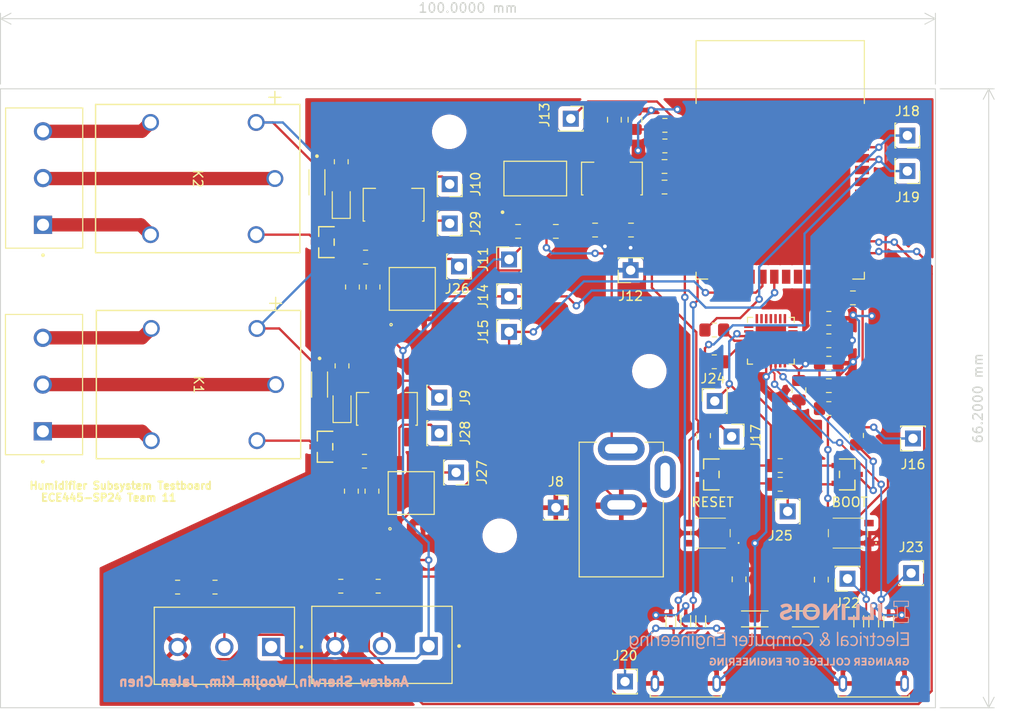
<source format=kicad_pcb>
(kicad_pcb (version 20221018) (generator pcbnew)
  (layers (0 "F.Cu" signal) (31 "B.Cu" signal) (34 "B.Paste" user) (35 "F.Paste" user) (36 "B.SilkS" user "B.Silkscreen") (37 "F.SilkS" user "F.Silkscreen") (38 "B.Mask" user) (39 "F.Mask" user) (44 "Edge.Cuts" user))
  (net 0 "")
  (net 1 "+12V")
  (net 2 "GND")
  (net 3 "+3.3V")
  (net 4 "Net-(C6-Pad1)")
  (net 5 "Net-(C7-Pad1)")
  (net 6 "Net-(U4-VBUS)")
  (net 7 "CHIP_PU")
  (net 8 "IO0")
  (net 9 "USB_DP")
  (net 10 "USB_DN")
  (net 11 "IO20")
  (net 12 "IO19")
  (net 13 "VBUS")
  (net 17 "Net-(U4-~{RST})")
  (net 18 "Net-(U4-~{SUSPEND})")
  (net 19 "Net-(U4-TXD)")
  (net 20 "U0RXD")
  (net 21 "Net-(U4-RXD)")
  (net 22 "U0TXD")
  (net 23 "DTR")
  (net 24 "Net-(U5-BASE)")
  (net 25 "RTS")
  (net 26 "Net-(U6-BASE)")
  (net 27 "Net-(U5-COLLECTOR)")
  (net 28 "Net-(U6-COLLECTOR)")
  (net 29 "ESP_3V3")
  (net 45 "+5V")
  (net 46 "Net-(D10-K)")
  (net 53 "Net-(D10-A)")
  (net 54 "Net-(D12-K)")
  (net 79 "Net-(D12-A)")
  (net 80 "Net-(J4-Pin_2)")
  (net 81 "Net-(J5-Pin_2)")
  (net 82 "Fan_B")
  (net 83 "COM_Main")
  (net 84 "Fan_A")
  (net 85 "Fan_B_DC")
  (net 86 "COM_Main_DC")
  (net 87 "Fan_A_DC")
  (net 88 "Net-(J9-Pin_1)")
  (net 89 "Net-(J10-Pin_1)")
  (net 90 "Relay_Signal_ACDC")
  (net 91 "Net-(J26-Pin_1)")
  (net 92 "Net-(J27-Pin_1)")
  (net 93 "Net-(J28-Pin_1)")
  (net 94 "Net-(J29-Pin_1)")
  (net 95 "Net-(U7-BASE)")
  (net 96 "Net-(U1-IO35)")
  (net 97 "Net-(U1-IO36)")
  (net 98 "Net-(U10-BASE)")
  (net 100 "unconnected-(U1-IO9-Pad17)")
  (net 101 "Relay_Signal_DCDC")
  (footprint "ECE445:1935174" (layer "F.Cu") (at 91.9 115.15 180)
    (fp_text reference "J4" hide)
    (fp_text value "Water Level Sensor")
  )
  (footprint "Resistor_SMD:R_0805_2012Metric_Pad1.20x1.40mm_HandSolder" (layer "F.Cu") (at 119.95 89 180)
    (fp_text reference "R7" hide)
    (fp_text value "0" hide)
  )
  (footprint "Connector_PinSocket_2.54mm:PinSocket_1x01_P2.54mm_Vertical" (layer "F.Cu") (at 140.6 68.6 -90)
    (fp_text reference "J19")
    (fp_text value "Conn_01x01" hide)
  )
  (footprint "ECE445:VOM617AT" (layer "F.Cu") (at 87.650002 81.2 90)
    (fp_text reference "U9" hide)
    (fp_text value "VOM617AT" hide)
  )
  (footprint "ECE445:SOT-23_ONS" (layer "F.Cu") (at 119.6348 101.0475 90)
    (fp_text reference "U5" hide)
    (fp_text value "L8050QLT1G" hide)
  )
  (footprint "Capacitor_SMD:C_0805_2012Metric_Pad1.18x1.45mm_HandSolder" (layer "F.Cu") (at 129 92.0375 -90)
    (fp_text reference "C8" hide)
    (fp_text value "10uF" hide)
  )
  (footprint "Resistor_SMD:R_0805_2012Metric_Pad1.20x1.40mm_HandSolder" (layer "F.Cu") (at 132.2 89.15 180)
    (fp_text reference "R6" hide)
    (fp_text value "47500" hide)
  )
  (footprint "Connector_PinSocket_2.54mm:PinSocket_1x01_P2.54mm_Vertical" (layer "F.Cu") (at 127.8 105 90)
    (fp_text reference "J25")
    (fp_text value "Conn_01x01" hide)
  )
  (footprint "ECE445:SOT-23_ONS" (layer "F.Cu") (at 134.1652 101.0475 -90)
    (fp_text reference "U6" hide)
    (fp_text value "L8050QLT1G" hide)
  )
  (footprint "ECE445:1935174" (layer "F.Cu") (at 75.0475 115.25 180)
    (fp_text reference "J5" hide)
    (fp_text value "Water Level Sensor")
  )
  (footprint "ECE445:1N4148W-13-F" (layer "F.Cu") (at 77.450002 69.8 -90)
    (fp_text reference "D11" hide)
    (fp_text value "1N4148W-13-F" hide)
  )
  (footprint "ECE445:LDL1117S50R" (layer "F.Cu") (at 100.8 69.4)
    (fp_text reference "U3" hide)
    (fp_text value "LDL1117S50R" hide)
  )
  (footprint "Resistor_SMD:R_0805_2012Metric_Pad1.20x1.40mm_HandSolder" (layer "F.Cu") (at 114.665 63.71 180)
    (fp_text reference "R13" hide)
    (fp_text value "0" hide)
  )
  (footprint "ECE445:PTS815 SJG 250 SMTR LFS" (layer "F.Cu") (at 134.25 107.325 180)
    (fp_text reference "S1" hide)
    (fp_text value "PTS815_SJG_250_SMTR_LFS" hide)
  )
  (footprint "Capacitor_SMD:C_0805_2012Metric_Pad1.18x1.45mm_HandSolder" (layer "F.Cu") (at 111.04 74.91)
    (fp_text reference "C1" hide)
    (fp_text value "1uF" hide)
  )
  (footprint "Resistor_SMD:R_0805_2012Metric_Pad1.20x1.40mm_HandSolder" (layer "F.Cu") (at 81.132654 102.835001 -90)
    (fp_text reference "R1" hide)
    (fp_text value "10000" hide)
  )
  (footprint "Capacitor_SMD:C_0805_2012Metric_Pad1.18x1.45mm_HandSolder" (layer "F.Cu") (at 114.6275 68.11 180)
    (fp_text reference "C10" hide)
    (fp_text value "1uF" hide)
  )
  (footprint "Capacitor_SMD:C_0805_2012Metric_Pad1.18x1.45mm_HandSolder" (layer "F.Cu") (at 107.2025 74.91 180)
    (fp_text reference "C2" hide)
    (fp_text value "4.7uF" hide)
  )
  (footprint "ECE445:LESD5D5_0CT1G" (layer "F.Cu") (at 138.6 116.76 -90)
    (fp_text reference "D1" hide)
    (fp_text value "LESD5D5.0CT1G" hide)
  )
  (footprint "ECE445:LDL1117S33R-SnapEDA" (layer "F.Cu") (at 84.932654 94.035001 90)
    (fp_text reference "U11" hide)
    (fp_text value "LDL1117S33R-SnapEDA" hide)
  )
  (footprint "Resistor_SMD:R_0805_2012Metric_Pad1.20x1.40mm_HandSolder" (layer "F.Cu") (at 62.5475 113.1 180)
    (fp_text reference "R18" hide)
    (fp_text value "200" hide)
  )
  (footprint "Resistor_SMD:R_0805_2012Metric_Pad1.20x1.40mm_HandSolder" (layer "F.Cu") (at 132.2 86.75 180)
    (fp_text reference "R3" hide)
    (fp_text value "1000" hide)
  )
  (footprint "ECE445:PTS815 SJG 250 SMTR LFS" (layer "F.Cu") (at 119.55 107.325 180)
    (fp_text reference "S2" hide)
    (fp_text value "PTS815_SJG_250_SMTR_LFS" hide)
  )
  (footprint "Connector_PinSocket_2.54mm:PinSocket_1x01_P2.54mm_Vertical" (layer "F.Cu") (at 110.4 123.2)
    (fp_text reference "J20")
    (fp_text value "Conn_01x01" hide)
  )
  (footprint "ECE445:G5LE-1 DC3" (layer "F.Cu") (at 56.532653 91.435 -90)
    (fp_text reference "K1")
    (fp_text value "G5LE-14 DC3")
  )
  (footprint "ECE445:ESP32-S3-WROOM-1-N8-SnapEDA" (layer "F.Cu") (at 127 67.4)
    (fp_text reference "U1" hide)
    (fp_text value "ESP32-S3-WROOM-1-N8" hide)
  )
  (footprint "Resistor_SMD:R_0805_2012Metric_Pad1.20x1.40mm_HandSolder" (layer "F.Cu") (at 127 100.1)
    (fp_text reference "R10" hide)
    (fp_text value "10000" hide)
  )
  (footprint "Capacitor_SMD:C_0805_2012Metric_Pad1.18x1.45mm_HandSolder" (layer "F.Cu") (at 109.265 63.11 90)
    (fp_text reference "C4" hide)
    (fp_text value "10uF" hide)
  )
  (footprint "Diode_SMD:D_0805_2012Metric_Pad1.15x1.40mm_HandSolder" (layer "F.Cu") (at 80.132654 93.635001 90)
    (fp_text reference "D10" hide)
    (fp_text value "LED" hide)
  )
  (footprint "ECE445:PJ-202AH" (layer "F.Cu") (at 110 104.8 -90)
    (fp_text reference "J1" hide)
    (fp_text value "PJ-202AH" hide)
  )
  (footprint "Resistor_SMD:R_0805_2012Metric_Pad1.20x1.40mm_HandSolder" (layer "F.Cu") (at 118.8 96.895 90)
    (fp_text reference "R11" hide)
    (fp_text value "0" hide)
  )
  (footprint "ECE445:LESD5D5_0CT1G" (layer "F.Cu") (at 118.5 116.76 -90)
    (fp_text reference "D3" hide)
    (fp_text value "LESD5D5.0CT1G" hide)
  )
  (footprint "Connector_PinSocket_2.54mm:PinSocket_1x01_P2.54mm_Vertical" (layer "F.Cu") (at 141.2 97.2 180)
    (fp_text reference "J16")
    (fp_text value "Conn_01x01" hide)
  )
  (footprint "ECE445:10118193-0001LF" (layer "F.Cu") (at 137 123.4)
    (fp_text reference "J2" hide)
    (fp_text value "10118193-0001LF" hide)
  )
  (footprint "ECE445:LDL1117S33R-SnapEDA" (layer "F.Cu") (at 109 69.4 90)
    (fp_text reference "U2" hide)
    (fp_text value "LDL1117S33R-SnapEDA" hide)
  )
  (footprint "ECE445:LESD5D5_0CT1G" (layer "F.Cu") (at 116.9 116.74 -90)
    (fp_text reference "D4" hide)
    (fp_text value "LESD5D5.0CT1G" hide)
  )
  (footprint "Capacitor_SMD:C_0805_2012Metric_Pad1.18x1.45mm_HandSolder" (layer "F.Cu") (at 114.6275 70.31 180)
    (fp_text reference "C12" hide)
    (fp_text value "0.1uF" hide)
  )
  (footprint "Resistor_SMD:R_0805_2012Metric_Pad1.20x1.40mm_HandSolder" (layer "F.Cu") (at 127 102.1 180)
    (fp_text reference "R9" hide)
    (fp_text value "10000" hide)
  )
  (footprint "Capacitor_SMD:C_0805_2012Metric_Pad1.18x1.45mm_HandSolder" (layer "F.Cu") (at 111.465 63.11 90)
    (fp_text reference "C5" hide)
    (fp_text value "0.1uF" hide)
  )
  (footprint "Resistor_SMD:R_0805_2012Metric_Pad1.20x1.40mm_HandSolder" (layer "F.Cu") (at 80.132654 89.435001 90)
    (fp_text reference "R19" hide)
    (fp_text value "1000" hide)
  )
  (footprint "ECE445:1N4148W-13-F" (layer "F.Cu") (at 77.732654 91.435001 -90)
    (fp_text reference "D9" hide)
    (fp_text value "1N4148W-13-F" hide)
  )
  (footprint "Resistor_SMD:R_0805_2012Metric_Pad1.20x1.40mm_HandSolder" (layer "F.Cu") (at 132.2 94 180)
    (fp_text reference "R5" hide)
    (fp_text value "22100" hide)
  )
  (footprint "Connector_PinSocket_2.54mm:PinSocket_1x01_P2.54mm_Vertical" (layer "F.Cu") (at 98 82 90)
    (fp_text reference "J14")
    (fp_text value "Conn_01x01" hide)
  )
  (footprint "Resistor_SMD:R_0805_2012Metric_Pad1.20x1.40mm_HandSolder" (layer "F.Cu") (at 80 113 180)
    (fp_text reference "R17" hide)
    (fp_text value "200" hide)
  )
  (footprint "Resistor_SMD:R_0805_2012Metric_Pad1.20x1.40mm_HandSolder" (layer "F.Cu") (at 66.5475 113.1)
    (fp_text reference "R16" hide)
    (fp_text value "100" hide)
  )
  (footprint "Connector_PinSocket_2.54mm:PinSocket_1x01_P2.54mm_Vertical" (layer "F.Cu") (at 103 104.6)
    (fp_text reference "J8")
    (fp_text value "GND Test Probe" hide)
  )
  (footprint "Capacitor_SMD:C_0805_2012Metric_Pad1.18x1.45mm_HandSolder" (layer "F.Cu") (at 103 75.05)
    (fp_text reference "C3" hide)
    (fp_text value "1uF" hide)
  )
  (footprint "Capacitor_SMD:C_0805_2012Metric_Pad1.18x1.45mm_HandSolder" (layer "F.Cu") (at 98.9625 75.05 180)
    (fp_text reference "C13" hide)
    (fp_text value "4.7uF" hide)
  )
  (footprint "Connector_PinSocket_2.54mm:PinSocket_1x01_P2.54mm_Vertical" (layer "F.Cu") (at 134.2 112.2 180)
    (fp_text reference "J22")
    (fp_text value "Conn_01x01" hide)
  )
  (footprint "MountingHole:MountingHole_3.2mm_M3" (layer "F.Cu") (at 97 107.6)
    (fp_text reference "H4" hide)
    (fp_text value "MountingHole" hide)
  )
  (footprint "Connector_PinSocket_2.54mm:PinSocket_1x01_P2.54mm_Vertical" (layer "F.Cu") (at 91.650002 74.2 -90)
    (fp_text reference "J29")
    (fp_text value "Conn_01x01" hide)
  )
  (footprint "ECE445:VOM617AT" (layer "F.Cu") (at 87.532654 103.035001 90)
    (fp_text reference "U8" hide)
    (fp_text value "VOM617AT" hide)
  )
  (footprint "ECE445:CP2102N-A02-GQFN28" (layer "F.Cu") (at 126 86.75 90)
    (fp_text reference "U4" hide)
    (fp_text value "CP2102N-A02-GQFN28" hide)
  )
  (footprint "ECE445:10118193-0001LF" (layer "F.Cu") (at 116.9 123.4)
    (fp_text reference "J3" hide)
    (fp_text value "10118193-0001LF" hide)
  )
  (footprint "ECE445:MMBT2222LT1G" (layer "F.Cu") (at 78.466002 76.2 90)
    (fp_text reference "U10" hide)
    (fp_text value "MMBT2222LT1G" hide)
  )
  (footprint "Connector_PinSocket_2.54mm:PinSocket_1x01_P2.54mm_Vertical" (layer "F.Cu") (at 121.8 97)
    (fp_text reference "J17")
    (fp_text value "Conn_01x01" hide)
  )
  (footprint "ECE445:LESD5D5_0CT1G" (layer "F.Cu") (at 135.4 116.76 -90)
    (fp_text reference "D7" hide)
    (fp_text value "LESD5D5.0CT1G" hide)
  )
  (footprint "Connector_PinSocket_2.54mm:PinSocket_1x01_P2.54mm_Vertical" (layer "F.Cu") (at 98 78.05 90)
    (fp_text reference "J11")
    (fp_text value "Conn_01x01" hide)
  )
  (footprint "ECE445:MMBT2222LT1G" (layer "F.Cu") (at 78.316654 98.082501 90)
    (fp_text reference "U7" hide)
    (fp_text value "MMBT2222LT1G" hide)
  )
  (footprint "Diode_SMD:D_0805_2012Metric_Pad1.15x1.40mm_HandSolder" (layer "F.Cu") (at 80.050002 71.8 90)
    (fp_text reference "D12" hide)
    (fp_text value "LED" hide)
  )
  (footprint "Connector_PinSocket_2.54mm:PinSocket_1x01_P2.54mm_Vertical" (layer "F.Cu") (at 90.532654 96.635001 -90)
    (fp_text reference "J28")
    (fp_text value "Conn_01x01" hide)
  )
  (footprint "ECE445:LESD5D5_0CT1G" (layer "F.Cu") (at 137 116.76 -90)
    (fp_text reference "D2" hide)
    (fp_text value "LESD5D5.0CT1G" hide)
  )
  (footprint "Resistor_SMD:R_0805_2012Metric_Pad1.20x1.40mm_HandSolder" (layer "F.Cu") (at 82.650002 77.8 180)
    (fp_text reference "R22" hide)
    (fp_text value "1000" hide)
  )
  (footprint "Resistor_SMD:R_0805_2012Metric_Pad1.20x1.40mm_HandSolder" (layer "F.Cu") (at 135.1652 96.876 90)
    (fp_text reference "R12" hide)
    (fp_text value "0" hide)
  )
  (footprint "Connector_PinSocket_2.54mm:PinSocket_1x01_P2.54mm_Vertical" (layer "F.Cu") (at 120 93.2 90)
    (fp_text reference "J24")
    (fp_text value "Conn_01x01" hide)
  )
  (footprint "ECE445:1N5819HW-7-F" (layer "F.Cu") (at 129.72 116.5 180)
    (fp_text reference "D6" hide)
    (fp_text value "1N5819HW-7-F" hide)
  )
  (footprint "ECE445:LDL1117S33R-SnapEDA" (layer "F.Cu") (at 85.650002 72.2 90)
    (fp_text reference "U12" hide)
    (fp_text value "LDL1117S33R-SnapEDA" hide)
  )
  (footprint "Resistor_SMD:R_0805_2012Metric_Pad1.20x1.40mm_HandSolder" (layer "F.Cu") (at 84 113)
    (fp_text reference "R15" hide)
    (fp_text value "100" hide)
  )
  (footprint "Connector_PinSocket_2.54mm:PinSocket_1x01_P2.54mm_Vertical" (layer "F.Cu") (at 92.332654 100.835001 -90)
    (fp_text reference "J27")
    (fp_text value "Conn_01x01" hide)
  )
  (footprint "Resistor_SMD:R_0805_2012Metric_Pad1.20x1.40mm_HandSolder" (layer "F.Cu") (at 80.050002 67.6 90)
    (fp_text reference "R24" hide)
    (fp_text value "1000" hide)
  )
  (footprint "Capacitor_SMD:C_0805_2012Metric_Pad1.18x1.45mm_HandSolder" (layer "F.Cu") (at 132.2 91.55)
    (fp_text reference "C9" hide)
    (fp_text value "1uF" hide)
  )
  (footprint "Resistor_SMD:R_0805_2012Metric_Pad1.20x1.40mm_HandSolder" (layer "F.Cu") (at 119.95 85.6 180)
    (fp_text reference "R8" hide)
    (fp_text value "0" hide)
  )
  (footprint "Resistor_SMD:R_0805_2012Metric_Pad1.20x1.40mm_HandSolder" (layer "F.Cu") (at 81.250002 81 -90)
    (fp_text reference "R23" hide)
    (fp_text value "10000" hide)
  )
  (footprint "ECE445:1935174" (layer "F.Cu") (at 52.382654 98.935001 90)
    (fp_text reference "J6" hide)
    (fp_text value "1935174" hide)
  )
  (footprint "ECE445:LESD5D5_0CT1G" (layer "F.Cu") (at 115.3 116.74 -90)
    (fp_text reference "D8" hide)
    (fp_text value "LESD5D5.0CT1G" hide)
  )
  (footprint "Connector_PinSocket_2.54mm:PinSocket_1x01_P2.54mm_Vertical" (layer "F.Cu") (at 104.6 63)
    (fp_text reference "J13")
    (fp_text value "Conn_01x01" hide)
  )
  (footprint "ECE445:1935174" (layer "F.Cu") (at 52.400002 76.8475 90)
    (fp_text reference "J7" hide)
    (fp_text value "1935174" hide)
  )
  (footprint "Connector_PinSocket_2.54mm:PinSocket_1x01_P2.54mm_Vertical" (layer "F.Cu") (at 90.532654 92.835001 -90)
    (fp_text reference "J9")
    (fp_text value "Conn_01x01" hide)
  )
  (footprint "Capacitor_SMD:C_0805_2012Metric_Pad1.18x1.45mm_HandSolder" (layer "F.Cu") (at 122.6 112.2625 90)
    (fp_text reference "C7" hide)
    (fp_text value "10uF" hide)
  )
  (footprint "ECE445:1N5819HW-7-F" (layer "F.Cu") (at 124.28 116.5)
    (fp_text reference "D5" hide)
    (fp_text value "1N5819HW-7-F" hide)
  )
  (footprint "ECE445:G5LE-1 DC3" (layer "F.Cu") (at 56.450002 69.4 -90)
    (fp_text reference "K2")
    (fp_text value "G5LE-14 DC3")
  )
  (footprint "Resistor_SMD:R_0805_2012Metric_Pad1.20x1.40mm_HandSolder" (layer "F.Cu") (at 82.532654 99.635001 180)
    (fp_text reference "R2" hide)
    (fp_text value "1000" hide)
  )
  (footprint "Capacitor_SMD:C_0805_2012Metric_Pad1.18x1.45mm_HandSolder" (layer "F.Cu") (at 134.7775 82.16 180)
    (fp_text reference "C11" hide)
    (fp_text value "0.1uF" hide)
  )
  (footprint "Resistor_SMD:R_0805_2012Metric_Pad1.20x1.40mm_HandSolder" (layer "F.Cu") (at 83.450002 81 90)
    (fp_text reference "R21" hide)
    (fp_text value "0" hide)
  )
  (footprint "Connector_PinSocket_2.54mm:PinSocket_1x01_P2.54mm_Vertical" (layer "F.Cu") (at 140.6 64.8 -90)
    (fp_text reference "J18")
    (fp_text value "Conn_01x01" hide)
  )
  (footprint "MountingHole:MountingHole_3.2mm_M3" (layer "F.Cu") (at 49.2 117)
    (fp_text reference "H2" hide)
    (fp_text value "MountingHole" hide)
  )
  (footprint "MountingHole:MountingHole_3.2mm_M3" (layer "F.Cu") (at 91.6 64.4)
    (fp_text reference "H1" hide)
    (fp_text value "MountingHole" hide)
  )
  (footprint "Connector_PinSocket_2.54mm:PinSocket_1x01_P2.54mm_Vertical" (layer "F.Cu") (at 92.650002 78.8 -90)
    (fp_text reference "J26")
    (fp_text value "Conn_01x01" hide)
  )
  (footprint "Connector_PinSocket_2.54mm:PinSocket_1x01_P2.54mm_Vertical" (layer "F.Cu") (at 98 85.8 90)
    (fp_text reference "J15")
    (fp_text value "Conn_01x01" hide)
  )
  (footprint "Connector_PinSocket_2.54mm:PinSocket_1x01_P2.54mm_Vertical" (layer "F.Cu") (at 91.650002 70 -90)
    (fp_text reference "J10")
    (fp_text value "Conn_01x01" hide)
  )
  (footprint "Resistor_SMD:R_0805_2012Metric_Pad1.20x1.40mm_HandSolder" (layer "F.Cu") (at 83.332654 102.835001 90)
    (fp_text reference "R20" hide)
    (fp_text value "0" hide)
  )
  (footprint "Connector_PinSocket_2.54mm:PinSocket_1x01_P2.54mm_Vertical" (layer "F.Cu") (at 141 111.6)
    (fp_text reference "J23")
    (fp_text value "Conn_01x01" hide)
  )
  (footprint "Connector_PinSocket_2.54mm:PinSocket_1x01_P2.54mm_Vertical" (layer "F.Cu") (at 111 79.2 180)
    (fp_text reference "J12")
    (fp_text value "Conn_01x01" hide)
  )
  (footprint "MountingHole:MountingHole_3.2mm_M3" (layer "F.Cu") (at 113 90)
    (fp_text reference "H3" hide)
    (fp_text value "MountingHole" hide)
  )
  (footprint "Resistor_SMD:R_0805_2012Metric_Pad1.20x1.40mm_HandSolder" (layer "F.Cu") (at 132.2 84.35 180)
    (fp_text reference "R4" hide)
    (fp_text value "10000" hide)
  )
  (footprint "Resistor_SMD:R_0805_2012Metric_Pad1.20x1.40mm_HandSolder" (layer "F.Cu") (at 114.665 65.91)
    (fp_text reference "R14" hide)
    (fp_text value "10000" hide)
  )
  (footprint "Capacitor_SMD:C_0805_2012Metric_Pad1.18x1.45mm_HandSolder" (layer "F.Cu") (at 131.4 112.3 90)
    (fp_text reference "C6" hide)
    (fp_text value "10uF" hide)
  )
  (footprint "ECE445:IllinoisECENegative31mm" (layer "B.Cu") (at 125.8 118 180)
    (fp_text reference "" hide)
    (fp_text value "LOGO" hide)
  )
  (gr_rect (start 43.6 59.8) (end 143.6 126) (stroke (width 0.1)) (fill none) (layer "Edge.Cuts"))
  (gr_text "Andrew Sherwin, Woojin Kim, Jalen Chen" (at 87.4 123.8) (layer "B.SilkS") (effects (font (size 1 1) (thickness 0.25) bold) (justify left bottom mirror)))
  (gr_text "Humidifier Subsystem Testboard\n  ECE445-SP24 Team 11" (at 46.6 104) (layer "F.SilkS") (effects (font (size 0.8 0.8) (thickness 0.2) bold) (justify left bottom)))
  (gr_text "BOOT" (at 132.4 104.6) (layer "F.SilkS") (effects (font (size 1 1)) (justify left bottom)))
  (gr_text "RESET" (at 117.4 104.6) (layer "F.SilkS") (effects (font (size 1 1)) (justify left bottom)))
  (dimension (type aligned) (layer "Edge.Cuts") (pts (xy 143.6 59.8) (xy 43.6 59.8)) (height 7.5) (gr_text "100.0000 mm" (at 93.6 51.15) (layer "Edge.Cuts") (effects (font (size 1 1) (thickness 0.15)))) (format (prefix "") (suffix "") (units 3) (units_format 1) (precision 4)) (style (thickness 0.1) (arrow_length 1.27) (text_position_mode 0) (extension_height 0.58642) (extension_offset 0.5) keep_text_aligned))
  (dimension (type aligned) (layer "Edge.Cuts") (pts (xy 143.6 126) (xy 143.6 59.8)) (height 5.7) (gr_text "66.2000 mm" (at 148.15 92.9 90) (layer "Edge.Cuts") (effects (font (size 1 1) (thickness 0.15)))) (format (prefix "") (suffix "") (units 3) (units_format 1) (precision 4)) (style (thickness 0.1) (arrow_length 1.27) (text_position_mode 0) (extension_height 0.58642) (extension_offset 0.5) keep_text_aligned))
  (segment (start 111.365 73.5475) (end 110.0025 74.91) (width 0.25) (layer "F.Cu") (net 1))
  (segment (start 111.365 72.54) (end 111.365 73.5475) (width 0.25) (layer "F.Cu") (net 1))
  (segment (start 102 75.0875) (end 101.9625 75.05) (width 0.25) (layer "F.Cu") (net 1))
  (segment (start 108.975 77.4) (end 107.2 77.4) (width 0.25) (layer "F.Cu") (net 1))
  (segment (start 101.9625 73.6875) (end 103.1 72.55) (width 0.25) (layer "F.Cu") (net 1))
  (segment (start 102 76.8) (end 102 75.0875) (width 0.25) (layer "F.Cu") (net 1))
  (segment (start 108.975 77.4) (end 108.975 97.275) (width 0.25) (layer "F.Cu") (net 1))
  (segment (start 110.0025 74.91) (end 108.975 75.9375) (width 0.25) (layer "F.Cu") (net 1))
  (segment (start 101.9625 75.05) (end 101.9625 73.6875) (width 0.25) (layer "F.Cu") (net 1))
  (segment (start 108.975 75.9375) (end 108.975 77.4) (width 0.25) (layer "F.Cu") (net 1))
  (segment (start 108.975 97.275) (end 110 98.3) (width 0.25) (layer "F.Cu") (net 1))
  (via (at 107.2 77.4) (size 0.8) (drill 0.4) (layers "F.Cu" "B.Cu") (net 1))
  (via (at 102 76.8) (size 0.8) (drill 0.4) (layers "F.Cu" "B.Cu") (net 1))
  (segment (start 107.2 77.4) (end 102.6 77.4) (width 0.25) (layer "B.Cu") (net 1))
  (segment (start 102.6 77.4) (end 102 76.8) (width 0.25) (layer "B.Cu") (net 1))
  (segment (start 138.275 82.625) (end 136.8 84.1) (width 0.25) (layer "F.Cu") (net 2))
  (segment (start 138.975 105.925) (end 138.975 86.275) (width 0.25) (layer "F.Cu") (net 2))
  (segment (start 120.1 121.4) (end 118.1 123.4) (width 0.25) (layer "F.Cu") (net 2))
  (segment (start 125.415 70.06) (end 126.815 71.46) (width 0.25) (layer "F.Cu") (net 2))
  (segment (start 125.897537 71.885) (end 126.332463 71.885) (width 0.25) (layer "F.Cu") (net 2))
  (segment (start 113.59 70.31) (end 112.8 71.1) (width 0.25) (layer "F.Cu") (net 2))
  (segment (start 125.5 91.525305) (end 125.5 90.6) (width 0.25) (layer "F.Cu") (net 2))
  (segment (start 103 104.6) (end 109.7 104.6) (width 0.25) (layer "F.Cu") (net 2))
  (segment (start 109.7 104.6) (end 110 104.3) (width 0.25) (layer "F.Cu") (net 2))
  (segment (start 109.265 62.0725) (end 111.465 62.0725) (width 0.25) (layer "F.Cu") (net 2))
  (segment (start 106.765 64.5725) (end 106.765 72.54) (width 0.25) (layer "F.Cu") (net 2))
  (segment (start 113.7 119.25) (end 113.7 120.95) (width 0.25) (layer "F.Cu") (net 2))
  (segment (start 123.49 69.477463) (end 123.972537 69.96) (width 0.25) (layer "F.Cu") (net 2))
  (segment (start 118.1 123.4) (end 120.2 123.4) (width 0.25) (layer "F.Cu") (net 2))
  (segment (start 70.8 118.2) (end 68.2 120.8) (width 0.25) (layer "F.Cu") (net 2))
  (segment (start 113.7 120.95) (end 113.7 123.3) (width 0.25) (layer "F.Cu") (net 2))
  (segment (start 134.8 83.22) (end 133.74 82.16) (width 0.25) (layer "F.Cu") (net 2))
  (segment (start 125.415 71.46) (end 125.415 70.06) (width 0.25) (layer "F.Cu") (net 2))
  (segment (start 97.925 73.125) (end 98.5 72.55) (width 0.25) (layer "F.Cu") (net 2))
  (segment (start 126.297463 68) (end 126.815 68.517537) (width 0.25) (layer "F.Cu") (net 2))
  (segment (start 124.015 67.09) (end 124.015 68.56) (width 0.25) (layer "F.Cu") (net 2))
  (segment (start 127.34 70.442537) (end 126.857463 69.96) (width 0.25) (layer "F.Cu") (net 2))
  (segment (start 112.8 71.1) (end 112.8 74.1875) (width 0.25) (layer "F.Cu") (net 2))
  (segment (start 124.015 70.06) (end 125.415 70.06) (width 0.25) (layer "F.Cu") (net 2))
  (segment (start 97.925 75.05) (end 97.925 73.125) (width 0.25) (layer "F.Cu") (net 2))
  (segment (start 133.7 123.4) (end 135.8 123.4) (width 0.25) (layer "F.Cu") (net 2))
  (segment (start 129 93.075) (end 127.049695 93.075) (width 0.25) (layer "F.Cu") (net 2))
  (segment (start 116 62) (end 118.11 62) (width 0.25) (layer "F.Cu") (net 2))
  (segment (start 124.015 68.56) (end 124.015 68.517537) (width 0.25) (layer "F.Cu") (net 2))
  (segment (start 125.415 71.36) (end 125.415 71.402463) (width 0.25) (layer "F.Cu") (net 2))
  (segment (start 119.165 62.24) (end 124.015 67.09) (width 0.25) (layer "F.Cu") (net 2))
  (segment (start 61.5475 118.5) (end 62.5475 119.5) (width 0.25) (layer "F.Cu") (net 2))
  (segment (start 140.2 121.4) (end 138.2 123.4) (width 0.25) (layer "F.Cu") (net 2))
  (segment (start 140 114.8) (end 140 116.1) (width 0.25) (layer "F.Cu") (net 2))
  (segment (start 124.015 68.56) (end 123.972537 68.56) (width 0.25) (layer "F.Cu") (net 2))
  (segment (start 138.975 86.275) (end 136.8 84.1) (width 0.25) (layer "F.Cu") (net 2))
  (segment (start 104.1775 74.91) (end 104.0375 75.05) (width 0.25) (layer "F.Cu") (net 2))
  (segment (start 118.2 120.725) (end 119.875 120.725) (width 0.25) (layer "F.Cu") (net 2))
  (segment (start 113.7 116.1) (end 115.28 116.1) (width 0.25) (layer "F.Cu") (net 2))
  (segment (start 126.332463 71.885) (end 126.815 71.402463) (width 0.25) (layer "F.Cu") (net 2))
  (segment (start 133.8 120.95) (end 133.8 121.4) (width 0.25) (layer "F.Cu") (net 2))
  (segment (start 125.5 87.25) (end 126 86.75) (width 0.25) (layer "F.Cu") (net 2))
  (segment (start 125.415 68.517537) (end 125.932537 68) (width 0.25) (layer "F.Cu") (net 2))
  (segment (start 113.59 70.31) (end 113.59 68.11) (width 0.25) (layer "F.Cu") (net 2))
  (segment (start 123.49 70.442537) (end 123.49 70.877463) (width 0.25) (layer "F.Cu") (net 2))
  (segment (start 134.65 89.15) (end 134.8 89) (width 0.25) (layer "F.Cu") (net 2))
  (segment (start 125.415 68.66) (end 125.415 70.06) (width 0.25) (layer "F.Cu") (net 2))
  (segment (start 124.015 71.36) (end 124.015 71.402463) (width 0.25) (layer "F.Cu") (net 2))
  (segment (start 127.049695 93.075) (end 125.5 91.525305) (width 0.25) (layer "F.Cu") (net 2))
  (segment (start 78.2 118.2) (end 70.8 118.2) (width 0.25) (layer "F.Cu") (net 2))
  (segment (start 126.815 70.06) (end 125.415 70.06) (width 0.25) (layer "F.Cu") (net 2))
  (segment (start 124.015 69.96) (end 123.972537 69.96) (width 0.25) (layer "F.Cu") (net 2))
  (segment (start 138.3 120.725) (end 139.975 120.725) (width 0.25) (layer "F.Cu") (net 2))
  (segment (start 110 115.55) (end 113.7 119.25) (width 0.25) (layer "F.Cu") (net 2))
  (segment (start 133.74 83.81) (end 133.2 84.35) (width 0.25) (layer "F.Cu") (net 2))
  (segment (start 96.825 79.225) (end 96.825 76.15) (width 0.25) (layer "F.Cu") (net 2))
  (segment (start 124.497537 71.885) (end 124.932463 71.885) (width 0.25) (layer "F.Cu") (net 2))
  (segment (start 125.415 71.402463) (end 125.897537 71.885) (width 0.25) (layer "F.Cu") (net 2))
  (segment (start 111.4925 62.1) (end 111.465 62.0725) (width 0.25) (layer "F.Cu") (net 2))
  (segment (start 125.415 70.06) (end 124.015 68.66) (width 0.25) (layer "F.Cu") (net 2))
  (segment (start 133.2375 90.5625) (end 134.8 89) (width 0.25) (layer "F.Cu") (net 2))
  (segment (start 126.815 69.96) (end 126.857463 69.96) (width 0.25) (layer "F.Cu") (net 2))
  (segment (start 124.015 71.402463) (end 124.497537 71.885) (width 0.25) (layer "F.Cu") (net 2))
  (segment (start 96.825 76.15) (end 97.925 75.05) (width 0.25) (layer "F.Cu") (net 2))
  (segment (start 100.600305 79.225) (end 96.825 79.225) (width 0.25) (layer "F.Cu") (net 2))
  (segment (start 123.972537 69.96) (end 123.49 70.442537) (width 0.25) (layer "F.Cu") (net 2))
  (segment (start 115.7 123.4) (end 118.1 123.4) (width 0.25) (layer "F.Cu") (net 2))
  (segment (start 135.665 62.34) (end 136.665 62.34) (width 0.25) (layer "F.Cu") (net 2))
  (segment (start 124.3 108.4) (end 121.8 108.4) (width 0.25) (layer "F.Cu") (net 2))
  (segment (start 106.165 74.91) (end 104.1775 74.91) (width 0.25) (layer "F.Cu") (net 2))
  (segment (start 133.8 121.4) (end 135.8 123.4) (width 0.25) (layer "F.Cu") (net 2))
  (segment (start 106.165 100.465) (end 110 104.3) (width 0.25) (layer "F.Cu") (net 2))
  (segment (start 119.875 120.725) (end 120.1 120.95) (width 0.25) (layer "F.Cu") (net 2))
  (segment (start 104.0375 75.05) (end 104.0375 75.787805) (width 0.25) (layer "F.Cu") (net 2))
  (segment (start 139.975 120.725) (end 140.2 120.95) (width 0.25) (layer "F.Cu") (net 2))
  (segment (start 118.165 62.24) (end 119.165 62.24) (width 0.25) (layer "F.Cu") (net 2))
  (segment (start 106.165 74.91) (end 106.165 100.465) (width 0.25) (layer "F.Cu") (net 2))
  (segment (start 136.665 62.34) (end 138.275 63.95) (width 0.25) (layer "F.Cu") (net 2))
  (segment (start 125.5 89.11) (end 125.5 87.25) (width 0.25) (layer "F.Cu") (net 2))
  (segment (start 140.2 116.3) (end 140.2 120.95) (width 0.25) (layer "F.Cu") (net 2))
  (segment (start 127.34 69.477463) (end 127.34 69.042537) (width 0.25) (layer "F.Cu") (net 2))
  (segment (start 123.972537 68.56) (end 123.49 69.042537) (width 0.25) (layer "F.Cu") (net 2))
  (segment (start 104.0375 75.787805) (end 100.600305 79.225) (width 0.25) (layer "F.Cu") (net 2))
  (segment (start 113.6 123.4) (end 115.7 123.4) (width 0.25) (layer "F.Cu") (net 2))
  (segment (start 112.8 74.1875) (end 112.0775 74.91) (width 0.25) (layer "F.Cu") (net 2))
  (segment (start 135.8 123.4) (end 138.2 123.4) (width 0.25) (layer "F.Cu") (net 2))
  (segment (start 79.4 119.4) (end 78.2 118.2) (width 0.25) (layer "F.Cu") (net 2))
  (segment (start 133.135 62.34) (end 126.815 68.66) (width 0.25) (layer "F.Cu") (net 2))
  (segment (start 138.2 123.4) (end 140.3 123.4) (width 0.25) (layer "F.Cu") (net 2))
  (segment (start 135.665 62.34) (end 133.135 62.34) (width 0.25) (layer "F.Cu") (net 2))
  (segment (start 79.4 119.4) (end 79.4 113.4) (width 0.25) (layer "F.Cu") (net 2))
  (segment (start 124.932463 71.885) (end 125.415 71.402463) (width 0.25) (layer "F.Cu") (net 2))
  (segment (start 138.6 116.1) (end 140 116.1) (width 0.25) (layer "F.Cu") (net 2))
  (segment (start 127.34 69.042537) (end 126.857463 68.56) (width 0.25) (layer "F.Cu") (net 2))
  (segment (start 109.265 62.0725) (end 106.765 64.5725) (width 0.25) (layer "F.Cu") (net 2))
  (segment (start 79.4 113.4) (end 79 113) (width 0.25) (layer "F.Cu") (net 2))
  (segment (start 118.11 62) (end 118.25 62.14) (width 0.25) (layer "F.Cu") (net 2))
  (segment (start 127.34 70.877463) (end 127.34 70.442537) (width 0.25) (layer "F.Cu") (net 2))
  (segment (start 120.1 120.95) (end 120.1 123.3) (width 0.25) (layer "F.Cu") (net 2))
  (segment (start 68.2 120.8) (end 63.8475 120.8) (width 0.25) (layer "F.Cu") (net 2))
  (segment (start 63.8475 120.8) (end 62.5475 119.5) (width 0.25) (layer "F.Cu") (net 2))
  (segment (start 133.2 89.15) (end 134.65 89.15) (width 0.25) (layer "F.Cu") (net 2))
  (segment (start 123.49 69.042537) (end 123.49 69.477463) (width 0.25) (layer "F.Cu") (net 2))
  (segment (start 122.6 109.2) (end 121.8 108.4) (width 0.25) (layer "F.Cu") (net 2))
  (segment (start 126.857463 71.36) (end 127.34 70.877463) (width 0.25) (layer "F.Cu") (net 2))
  (segment (start 123.49 70.877463) (end 123.972537 71.36) (width 0.25) (layer "F.Cu") (net 2))
  (segment (start 138.975 113.775) (end 140 114.8) (width 0.25) (layer "F.Cu") (net 2))
  (segment (start 120.1 120.95) (end 120.1 121.4) (width 0.25) (layer "F.Cu") (net 2))
  (segment (start 126.815 71.402463) (end 126.815 71.36) (width 0.25) (layer "F.Cu") (net 2))
  (segment (start 113.59 68.11) (end 113.51 68.11) (width 0.25) (layer "F.Cu") (net 2))
  (segment (start 124.015 71.46) (end 125.415 70.06) (width 0.25) (layer "F.Cu") (net 2))
  (segment (start 133.8 120.95) (end 133.8 123.3) (width 0.25) (layer "F.Cu") (net 2))
  (segment (start 133.2375 91.55) (end 133.2375 90.5625) (width 0.25) (layer "F.Cu") (net 2))
  (segment (start 134.8 84) (end 134.8 83.22) (width 0.25) (layer "F.Cu") (net 2))
  (segment (start 110 104.3) (end 110 115.55) (width 0.25) (layer "F.Cu") (net 2))
  (segment (start 136.5 108.4) (end 134.2625 108.4) (width 0.25) (layer "F.Cu") (net 2))
  (segment (start 124.932463 68.035) (end 125.415 68.517537) (width 0.25) (layer "F.Cu") (net 2))
  (segment (start 136.5 108.4) (end 138.975 105.925) (width 0.25) (layer "F.Cu") (net 2))
  (segment (start 126.857463 69.96) (end 127.34 69.477463) (width 0.25) (layer "F.Cu") (net 2))
  (segment (start 106.165 74.91) (end 106.165 73.14) (width 0.25) (layer "F.Cu") (net 2))
  (segment (start 125.415 68.56) (end 125.415 68.517537) (width 0.25) (layer "F.Cu") (net 2))
  (segment (start 125.5 90.6) (end 125.5 89.11) (width 0.25) (layer "F.Cu") (net 2))
  (segment (start 126.815 68.517537) (end 126.815 68.56) (width 0.25) (layer "F.Cu") (net 2))
  (segment (start 126.857463 68.56) (end 126.815 68.56) (width 0.25) (layer "F.Cu") (net 2))
  (segment (start 125.932537 68) (end 126.297463 68) (width 0.25) (layer "F.Cu") (net 2))
  (segment (start 138.275 63.95) (end 138.275 82.625) (width 0.25) (layer "F.Cu") (net 2))
  (segment (start 61.5475 113.1) (end 61.5475 118.5) (width 0.25) (layer "F.Cu") (net 2))
  (segment (start 113.7 121.4) (end 115.7 123.4) (width 0.25) (layer "F.Cu") (net 2))
  (segment (start 140.2 120.95) (end 140.2 121.4) (width 0.25) (layer "F.Cu") (net 2))
  (segment (start 124.497537 68.035) (end 124.932463 68.035) (width 0.25) (layer "F.Cu") (net 2))
  (segment (start 134.2625 108.4) (end 131.4 111.2625) (width 0.25) (layer "F.Cu") (net 2))
  (segment (start 140 116.1) (end 140.2 116.3) (width 0.25) (layer "F.Cu") (net 2))
  (segment (start 124.015 68.517537) (end 124.497537 68.035) (width 0.25) (layer "F.Cu") (net 2))
  (segment (start 113.7 120.95) (end 113.7 121.4) (width 0.25) (layer "F.Cu") (net 2))
  (segment (start 126.815 68.66) (end 125.415 70.06) (width 0.25) (layer "F.Cu") (net 2))
  (segment (start 140.2 120.95) (end 140.2 123.3) (width 0.25) (layer "F.Cu") (net 2))
  (segment (start 123.972537 71.36) (end 124.015 71.36) (width 0.25) (layer "F.Cu") (net 2))
  (segment (start 122.6 111.225) (end 122.6 109.2) (width 0.25) (layer "F.Cu") (net 2))
  (segment (start 126.815 71.36) (end 126.857463 71.36) (width 0.25) (layer "F.Cu") (net 2))
  (segment (start 133.74 82.16) (end 133.74 83.81) (width 0.25) (layer "F.Cu") (net 2))
  (segment (start 106.165 73.14) (end 106.765 72.54) (width 0.25) (layer "F.Cu") (net 2))
  (segment (start 138.975 105.925) (end 138.975 113.775) (width 0.25) (layer "F.Cu") (net 2))
  (segment (start 113.51 68.11) (end 111.8 66.4) (width 0.25) (layer "F.Cu") (net 2))
  (segment (start 113.2 62.1) (end 111.4925 62.1) (width 0.25) (layer "F.Cu") (net 2))
  (via (at 134.8 89) (size 0.8) (drill 0.4) (layers "F.Cu" "B.Cu") (net 2))
  (via (at 140 116.1) (size 0.8) (drill 0.4) (layers "F.Cu" "B.Cu") (net 2))
  (via (at 113.7 116.1) (size 0.8) (drill 0.4) (layers "F.Cu" "B.Cu") (net 2))
  (via (at 113.2 62.1) (size 0.8) (drill 0.4) (layers "F.Cu" "B.Cu") (net 2))
  (via (at 124.3 108.4) (size 0.8) (drill 0.4) (layers "F.Cu" "B.Cu") (net 2))
  (via (at 116.9 115.1) (size 0.8) (drill 0.4) (layers "F.Cu" "B.Cu") (net 2))
  (via (at 111.8 66.4) (size 0.8) (drill 0.4) (layers "F.Cu" "B.Cu") (net 2))
  (via (at 116 62) (size 0.8) (drill 0.4) (layers "F.Cu" "B.Cu") (net 2))
  (via (at 137 115.1) (size 0.8) (drill 0.4) (layers "F.Cu" "B.Cu") (net 2))
  (via (at 134.8 84) (size 0.8) (drill 0.4) (layers "F.Cu" "B.Cu") (net 2))
  (via (at 136.8 84.1) (size 0.8) (drill 0.4) (layers "F.Cu" "B.Cu") (net 2))
  (via (at 125.5 90.6) (size 0.8) (drill 0.4) (layers "F.Cu" "B.Cu") (net 2))
  (segment (start 116.9 115.1) (end 115.9 116.1) (width 0.25) (layer "B.Cu") (net 2))
  (segment (start 115.9 116.1) (end 113.7 116.1) (width 0.25) (layer "B.Cu") (net 2))
  (segment (start 111.8 63.5) (end 113.2 62.1) (width 0.25) (layer "B.Cu") (net 2))
  (segment (start 126.225 89.875) (end 125.5 90.6) (width 0.25) (layer "B.Cu") (net 2))
  (segment (start 138 116.1) (end 137 115.1) (width 0.25) (layer "B.Cu") (net 2))
  (segment (start 134.8 89) (end 133.875 89.925) (width 0.25) (layer "B.Cu") (net 2))
  (segment (start 133.875 89.925) (end 127.650305 89.925) (width 0.25) (layer "B.Cu") (net 2))
  (segment (start 136.8 84.1) (end 134.9 84.1) (width 0.25) (layer "B.Cu") (net 2))
  (segment (start 134.8 89) (end 135.425 88.375) (width 0.25) (layer "B.Cu") (net 2))
  (segment (start 124.3 119.3) (end 124.3 108.4) (width 0.25) (layer "B.Cu") (net 2))
  (segment (start 135.425 84.625) (end 134.8 84) (width 0.25) (layer "B.Cu") (net 2))
  (segment (start 134.9 84.1) (end 134.8 84) (width 0.25) (layer "B.Cu") (net 2))
  (segment (start 125.5 90.6) (end 125.5 107.2) (width 0.25) (layer "B.Cu") (net 2))
  (segment (start 140 116.1) (end 138 116.1) (width 0.25) (layer "B.Cu") (net 2))
  (segment (start 113.2 62.1) (end 113.3 62) (width 0.25) (layer "B.Cu") (net 2))
  (segment (start 135.425 88.375) (end 135.425 84.625) (width 0.25) (layer "B.Cu") (net 2))
  (segment (start 133.7 123.4) (end 133.5 123.4) (width 0.25) (layer "B.Cu") (net 2))
  (segment (start 113.3 62) (end 116 62) (width 0.25) (layer "B.Cu") (net 2))
  (segment (start 125.5 107.2) (end 124.3 108.4) (width 0.25) (layer "B.Cu") (net 2))
  (segment (start 129.4 119.3) (end 124.3 119.3) (width 0.25) (layer "B.Cu") (net 2))
  (segment (start 124.3 119.3) (end 120.2 123.4) (width 0.25) (layer "B.Cu") (net 2))
  (segment (start 127.650305 89.925) (end 127.600305 89.875) (width 0.25) (layer "B.Cu") (net 2))
  (segment (start 127.600305 89.875) (end 126.225 89.875) (width 0.25) (layer "B.Cu") (net 2))
  (segment (start 111.8 66.4) (end 111.8 63.5) (width 0.25) (layer "B.Cu") (net 2))
  (segment (start 133.5 123.4) (end 129.4 119.3) (width 0.25) (layer "B.Cu") (net 2))
  (segment (start 108.25 74.92) (end 108.24 74.91) (width 0.25) (layer "F.Cu") (net 3))
  (segment (start 108.25 76.65) (end 108.25 74.92) (width 0.25) (layer "F.Cu") (net 3))
  (segment (start 109.065 64.3475) (end 109.265 64.1475) (width 0.25) (layer "F.Cu") (net 3))
  (segment (start 128.21 89.11) (end 129 89.9) (width 0.25) (layer "F.Cu") (net 3))
  (segment (start 72.730003 63.400001) (end 77.450002 68.12) (width 0.25) (layer "F.Cu") (net 3))
  (segment (start 109.065 66.51) (end 109.065 64.3475) (width 0.25) (layer "F.Cu") (net 3))
  (segment (start 109.065 72.54) (end 109.065 74.085) (width 0.25) (layer "F.Cu") (net 3))
  (segment (start 111.465 64.1475) (end 113.2275 64.1475) (width 0.25) (layer "F.Cu") (net 3))
  (segment (start 77.732654 89.755001) (end 79.052654 88.435001) (width 0.25) (layer "F.Cu") (net 3))
  (segment (start 111 76.8) (end 111 79.2) (width 0.25) (layer "F.Cu") (net 3))
  (segment (start 133.2 86.75) (end 134.65 86.75) (width 0.25) (layer "F.Cu") (net 3))
  (segment (start 70.949998 63.400001) (end 72.730003 63.400001) (width 0.25) (layer "F.Cu") (net 3))
  (segment (start 79.052654 88.435001) (end 80.132654 88.435001) (width 0.25) (layer "F.Cu") (net 3))
  (segment (start 77.450002 68.12) (end 78.970002 66.6) (width 0.25) (layer "F.Cu") (net 3))
  (segment (start 73.412654 85.435001) (end 77.732654 89.755001) (width 0.25) (layer "F.Cu") (net 3))
  (segment (start 129 91) (end 129 89.9) (width 0.25) (layer "F.Cu") (net 3))
  (segment (start 127 89.11) (end 127.5 89.11) (width 0.25) (layer "F.Cu") (net 3))
  (segment (start 109.065 74.085) (end 108.24 74.91) (width 0.25) (layer "F.Cu") (net 3))
  (segment (start 109.065 66.51) (end 109.065 72.54) (width 0.25) (layer "F.Cu") (net 3))
  (segment (start 71.032649 85.435001) (end 73.412654 85.435001) (width 0.25) (layer "F.Cu") (net 3))
  (segment (start 127.5 89.11) (end 128.21 89.11) (width 0.25) (layer "F.Cu") (net 3))
  (segment (start 109.265 64.1475) (end 111.465 64.1475) (width 0.25) (layer "F.Cu") (net 3))
  (segment (start 113.2275 64.1475) (end 113.665 63.71) (width 0.25) (layer "F.Cu") (net 3))
  (segment (start 108.24 74.91) (end 107.94 74.91) (width 0.25) (layer "F.Cu") (net 3))
  (segment (start 129 89.9) (end 129.7 89.2) (width 0.25) (layer "F.Cu") (net 3))
  (segment (start 78.970002 66.6) (end 80.050002 66.6) (width 0.25) (layer "F.Cu") (net 3))
  (via (at 134.7 86.7) (size 0.8) (drill 0.4) (layers "F.Cu" "B.Cu") (net 3))
  (via (at 111 76.8) (size 0.8) (drill 0.4) (layers "F.Cu" "B.Cu") (net 3))
  (via (at 108.25 76.65) (size 0.8) (drill 0.4) (layers "F.Cu" "B.Cu") (net 3))
  (via (at 129.7 89.2) (size 0.8) (drill 0.4) (layers "F.Cu" "B.Cu") (net 3))
  (segment (start 77.4 67) (end 73.8 63.4) (width 0.25) (layer "B.Cu") (net 3))
  (segment (start 108.4 76.8) (end 111 76.8) (width 0.25) (layer "B.Cu") (net 3))
  (segment (start 77.4 79.06765) (end 77.4 67) (width 0.25) (layer "B.Cu") (net 3))
  (segment (start 131 87.9) (end 129.7 89.2) (width 0.25) (layer "B.Cu") (net 3))
  (segment (start 134 87.9) (end 131 87.9) (width 0.25) (layer "B.Cu") (net 3))
  (segment (start 134.7 86.7) (end 134.7 87.2) (width 0.25) (layer "B.Cu") (net 3))
  (segment (start 108.25 76.65) (end 108.4 76.8) (width 0.25) (layer "B.Cu") (net 3))
  (segment (start 134.7 87.2) (end 134 87.9) (width 0.25) (layer "B.Cu") (net 3))
  (segment (start 71.032649 85.435001) (end 77.4 79.06765) (width 0.25) (layer "B.Cu") (net 3))
  (segment (start 73.8 63.4) (end 70.949998 63.400001) (width 0.25) (layer "B.Cu") (net 3))
  (segment (start 131.4 116.5) (end 131.4 113.3375) (width 0.25) (layer "F.Cu") (net 4))
  (segment (start 122.6 116.5) (end 122.6 113.3) (width 0.25) (layer "F.Cu") (net 5))
  (segment (start 130.3 88.25) (end 128.36 88.25) (width 0.25) (layer "F.Cu") (net 6))
  (segment (start 131.2 94) (end 131.2 91.5875) (width 0.25) (layer "F.Cu") (net 6))
  (segment (start 131.2 89.15) (end 130.3 88.25) (width 0.25) (layer "F.Cu") (net 6))
  (segment (start 131.2 89.15) (end 131.2 91.5125) (width 0.25) (layer "F.Cu") (net 6))
  (segment (start 115.665 70.31) (end 115.665 68.11) (width 0.25) (layer "F.Cu") (net 7))
  (segment (start 117.3 97.395) (end 118.8 95.895) (width 0.25) (layer "F.Cu") (net 7))
  (segment (start 118.025 85.825) (end 113.275 81.075) (width 0.25) (layer "F.Cu") (net 7))
  (segment (start 113.275 81.075) (end 113.275 72.7) (width 0.25) (layer "F.Cu") (net 7))
  (segment (start 113.275 72.7) (end 115.665 70.31) (width 0.25) (layer "F.Cu") (net 7))
  (segment (start 118.8 95.895) (end 118.025 95.12) (width 0.25) (layer "F.Cu") (net 7))
  (segment (start 117.3 106.25) (end 117.3 97.395) (width 0.25) (layer "F.Cu") (net 7))
  (segment (start 118.025 95.12) (end 118.025 85.825) (width 0.25) (layer "F.Cu") (net 7))
  (segment (start 116.795 64.78) (end 118.165 64.78) (width 0.25) (layer "F.Cu") (net 7))
  (segment (start 115.665 65.91) (end 115.665 68.11) (width 0.25) (layer "F.Cu") (net 7))
  (segment (start 120.695 95.895) (end 121.8 97) (width 0.25) (layer "F.Cu") (net 7))
  (segment (start 118.8 95.895) (end 120.695 95.895) (width 0.25) (layer "F.Cu") (net 7))
  (segment (start 115.665 65.91) (end 116.795 64.78) (width 0.25) (layer "F.Cu") (net 7))
  (segment (start 135.815 82.16) (end 135.815 78.9) (width 0.25) (layer "F.Cu") (net 8))
  (segment (start 135.815 82.16) (end 135.815 95.2262) (width 0.25) (layer "F.Cu") (net 8))
  (segment (start 135.815 78.9) (end 135.665 78.75) (width 0.25) (layer "F.Cu") (net 8))
  (segment (start 138.525 99.2358) (end 135.1652 95.876) (width 0.25) (layer "F.Cu") (net 8))
  (segment (start 134.675305 106.25) (end 138.525 102.400305) (width 0.25) (layer "F.Cu") (net 8))
  (segment (start 137 96) (end 135.2892 96) (width 0.25) (layer "F.Cu") (net 8))
  (segment (start 135.2892 96) (end 135.1652 95.876) (width 0.25) (layer "F.Cu") (net 8))
  (segment (start 135.815 95.2262) (end 135.1652 95.876) (width 0.25) (layer "F.Cu") (net 8))
  (segment (start 138.525 102.400305) (end 138.525 99.2358) (width 0.25) (layer "F.Cu") (net 8))
  (segment (start 132 106.25) (end 134.675305 106.25) (width 0.25) (layer "F.Cu") (net 8))
  (via (at 137 96) (size 0.8) (drill 0.4) (layers "F.Cu" "B.Cu") (net 8))
  (segment (start 141.2 97.2) (end 138.2 97.2) (width 0.25) (layer "B.Cu") (net 8))
  (segment (start 138.2 97.2) (end 137 96) (width 0.25) (layer "B.Cu") (net 8))
  (segment (start 133.355378 97.650922) (end 133.355378 97.644622) (width 0.2) (layer "F.Cu") (net 9))
  (segment (start 126.4 91.4) (end 126.4 90.265686) (width 0.2) (layer "F.Cu") (net 9))
  (segment (start 138.6 117.42) (end 138.02 118) (width 0.2) (layer "F.Cu") (net 9))
  (segment (start 126 89.865686) (end 126 89.11) (width 0.2) (layer "F.Cu") (net 9))
  (segment (start 137 118.15) (end 137 120.725) (width 0.2) (layer "F.Cu") (net 9))
  (segment (start 137.8 116.62) (end 137.8 114.4) (width 0.2) (layer "F.Cu") (net 9))
  (segment (start 138.02 118) (end 137.15 118) (width 0.2) (layer "F.Cu") (net 9))
  (segment (start 138.6 117.42) (end 137.8 116.62) (width 0.2) (layer "F.Cu") (net 9))
  (segment (start 136.504456 100.8) (end 136.504456 100.804456) (width 0.2) (layer "F.Cu") (net 9))
  (segment (start 136.504456 100.804456) (end 137.8 102.1) (width 0.2) (layer "F.Cu") (net 9))
  (segment (start 137.15 118) (end 137 118.15) (width 0.2) (layer "F.Cu") (net 9))
  (segment (start 136.504456 100.8) (end 133.355378 97.650922) (width 0.2) (layer "F.Cu") (net 9))
  (segment (start 126.4 90.265686) (end 126 89.865686) (width 0.2) (layer "F.Cu") (net 9))
  (via (at 137.8 102.1) (size 0.8) (drill 0.4) (layers "F.Cu" "B.Cu") (net 9))
  (via (at 133.355378 97.644622) (size 0.8) (drill 0.4) (layers "F.Cu" "B.Cu") (net 9))
  (via (at 126.4 91.4) (size 0.8) (drill 0.4) (layers "F.Cu" "B.Cu") (net 9))
  (via (at 137.8 114.4) (size 0.8) (drill 0.4) (layers "F.Cu" "B.Cu") (net 9))
  (segment (start 137.8 114.4) (end 140.6 111.6) (width 0.2) (layer "B.Cu") (net 9))
  (segment (start 140.6 111.6) (end 141 111.6) (width 0.2) (layer "B.Cu") (net 9))
  (segment (start 132.644622 97.644622) (end 126.4 91.4) (width 0.2) (layer "B.Cu") (net 9))
  (segment (start 137.8 114.4) (end 137.8 102.1) (width 0.2) (layer "B.Cu") (net 9))
  (segment (start 133.355378 97.644622) (end 132.644622 97.644622) (width 0.2) (layer "B.Cu") (net 9))
  (segment (start 136.35 118.07) (end 136.35 120.725) (width 0.2) (layer "F.Cu") (net 10))
  (segment (start 127.3 90.6) (end 126.5 89.8) (width 0.2) (layer "F.Cu") (net 10))
  (segment (start 136.2 116.62) (end 136.2 114.4) (width 0.2) (layer "F.Cu") (net 10))
  (segment (start 137 117.42) (end 136.35 118.07) (width 0.2) (layer "F.Cu") (net 10))
  (segment (start 137 117.42) (end 136.2 116.62) (width 0.2) (layer "F.Cu") (net 10))
  (segment (start 126.5 89.8) (end 126.5 89.11) (width 0.2) (layer "F.Cu") (net 10))
  (via (at 136.2 114.4) (size 0.8) (drill 0.4) (layers "F.Cu" "B.Cu") (net 10))
  (via (at 127.3 90.6) (size 0.8) (drill 0.4) (layers "F.Cu" "B.Cu") (net 10))
  (segment (start 136.2 99.5) (end 127.3 90.6) (width 0.2) (layer "B.Cu") (net 10))
  (segment (start 134.2 112.2) (end 136.2 114.2) (width 0.2) (layer "B.Cu") (net 10))
  (segment (start 136.2 114.4) (end 136.2 99.5) (width 0.2) (layer "B.Cu") (net 10))
  (segment (start 136.2 114.2) (end 136.2 114.4) (width 0.2) (layer "B.Cu") (net 10))
  (segment (start 117.085 117.965) (end 116.9 118.15) (width 0.25) (layer "F.Cu") (net 11))
  (segment (start 117.7 82.9) (end 118.165 82.435) (width 0.25) (layer "F.Cu") (net 11))
  (segment (start 118.5 117.42) (end 117.955 117.965) (width 0.25) (layer "F.Cu") (net 11))
  (segment (start 117.7 116.62) (end 117.7 114.5) (width 0.25) (layer "F.Cu") (net 11))
  (segment (start 118.165 82.435) (end 118.165 78.75) (width 0.25) (layer "F.Cu") (net 11))
  (segment (start 118.5 117.42) (end 117.7 116.62) (width 0.25) (layer "F.Cu") (net 11))
  (segment (start 116.9 118.15) (end 116.9 120.725) (width 0.25) (layer "F.Cu") (net 11))
  (segment (start 117.955 117.965) (end 117.085 117.965) (width 0.25) (layer "F.Cu") (net 11))
  (via (at 117.7 82.9) (size 0.8) (drill 0.4) (layers "F.Cu" "B.Cu") (net 11))
  (via (at 117.7 114.5) (size 0.8) (drill 0.4) (layers "F.Cu" "B.Cu") (net 11))
  (segment (start 117.7 114.5) (end 117.7 82.9) (width 0.25) (layer "B.Cu") (net 11))
  (segment (start 116.8 82.1) (end 116.8 77.845) (width 0.25) (layer "F.Cu") (net 12))
  (segment (start 116.1 116.6) (end 116.1 114.5) (width 0.25) (layer "F.Cu") (net 12))
  (segment (start 116.9 117.4) (end 116.25 118.05) (width 0.25) (layer "F.Cu") (net 12))
  (segment (start 116.25 118.05) (end 116.25 120.725) (width 0.25) (layer "F.Cu") (net 12))
  (segment (start 116.9 117.4) (end 116.1 116.6) (width 0.25) (layer "F.Cu") (net 12))
  (segment (start 117.165 77.48) (end 118.165 77.48) (width 0.25) (layer "F.Cu") (net 12))
  (segment (start 116.8 77.845) (end 117.165 77.48) (width 0.25) (layer "F.Cu") (net 12))
  (via (at 116.8 82.1) (size 0.8) (drill 0.4) (layers "F.Cu" "B.Cu") (net 12))
  (via (at 116.1 114.5) (size 0.8) (drill 0.4) (layers "F.Cu" "B.Cu") (net 12))
  (segment (start 116.1 114.5) (end 116.8 113.8) (width 0.25) (layer "B.Cu") (net 12))
  (segment (start 116.8 113.8) (end 116.8 82.1) (width 0.25) (layer "B.Cu") (net 12))
  (segment (start 135.7 117.72) (end 135.7 120.725) (width 0.25) (layer "F.Cu") (net 13))
  (segment (start 128.96 117.42) (end 128.04 116.5) (width 0.25) (layer "F.Cu") (net 13))
  (segment (start 128.04 108.71) (end 132.1 104.65) (width 0.25) (layer "F.Cu") (net 13))
  (segment (start 115.6 117.7) (end 115.6 120.725) (width 0.25) (layer "F.Cu") (net 13))
  (segment (start 132.1 104.65) (end 132.1 103.6) (width 0.25) (layer "F.Cu") (net 13))
  (segment (start 132.1 98.4) (end 132.1 95.1) (width 0.25) (layer "F.Cu") (net 13))
  (segment (start 128.04 116.5) (end 128.04 108.71) (width 0.25) (layer "F.Cu") (net 13))
  (segment (start 128.04 116.5) (end 125.96 116.5) (width 0.25) (layer "F.Cu") (net 13))
  (segment (start 132.1 95.1) (end 133.2 94) (width 0.25) (layer "F.Cu") (net 13))
  (segment (start 113.7 117.5) (end 115.2 117.5) (width 0.25) (layer "F.Cu") (net 13))
  (segment (start 115.3 117.4) (end 115.6 117.7) (width 0.25) (layer "F.Cu") (net 13))
  (segment (start 124.96 117.5) (end 120.2 117.5) (width 0.25) (layer "F.Cu") (net 13))
  (segment (start 135.4 117.42) (end 135.7 117.72) (width 0.25) (layer "F.Cu") (net 13))
  (segment (start 135.4 117.42) (end 128.96 117.42) (width 0.25) (layer "F.Cu") (net 13))
  (segment (start 125.96 116.5) (end 124.96 117.5) (width 0.25) (layer "F.Cu") (net 13))
  (via (at 113.7 117.5) (size 0.8) (drill 0.4) (layers "F.Cu" "B.Cu") (net 13))
  (via (at 120.2 117.5) (size 0.8) (drill 0.4) (layers "F.Cu" "B.Cu") (net 13))
  (via (at 132.1 98.4) (size 0.8) (drill 0.4) (layers "F.Cu" "B.Cu") (net 13))
  (via (at 132.1 103.6) (size 0.8) (drill 0.4) (layers "F.Cu" "B.Cu") (net 13))
  (segment (start 110.4 123.2) (end 110.4 120.8) (width 0.25) (layer "B.Cu") (net 13))
  (segment (start 110.4 120.8) (end 113.7 117.5) (width 0.25) (layer "B.Cu") (net 13))
  (segment (start 132.1 103.6) (end 132.1 98.4) (width 0.25) (layer "B.Cu") (net 13))
  (segment (start 120.2 117.5) (end 113.7 117.5) (width 0.25) (layer "B.Cu") (net 13))
  (segment (start 131.2 86.75) (end 130.2 87.75) (width 0.25) (layer "F.Cu") (net 17))
  (segment (start 130.2 87.75) (end 128.36 87.75) (width 0.25) (layer "F.Cu") (net 17))
  (segment (start 129.5 86.75) (end 128.36 86.75) (width 0.25) (layer "F.Cu") (net 18))
  (segment (start 131.2 84.35) (end 131.2 85.05) (width 0.25) (layer "F.Cu") (net 18))
  (segment (start 131.2 85.05) (end 129.5 86.75) (width 0.25) (layer "F.Cu") (net 18))
  (segment (start 123.64 87.25) (end 122.7 87.25) (width 0.25) (layer "F.Cu") (net 19))
  (segment (start 122.7 87.25) (end 120.95 89) (width 0.25) (layer "F.Cu") (net 19))
  (segment (start 137.55 67.35) (end 135.695 67.35) (width 0.25) (layer "F.Cu") (net 20))
  (segment (start 135.695 67.35) (end 135.665 67.32) (width 0.25) (layer "F.Cu") (net 20))
  (segment (start 118.95 87.55) (end 119.35 87.15) (width 0.25) (layer "F.Cu") (net 20))
  (segment (start 118.95 89) (end 118.95 87.55) (width 0.25) (layer "F.Cu") (net 20))
  (via (at 119.35 87.15) (size 0.8) (drill 0.4) (layers "F.Cu" "B.Cu") (net 20))
  (via (at 137.55 67.35) (size 0.8) (drill 0.4) (layers "F.Cu" "B.Cu") (net 20))
  (segment (start 129.6 75.3) (end 137.55 67.35) (width 0.25) (layer "B.Cu") (net 20))
  (segment (start 119.35 87.15) (end 119.875305 87.15) (width 0.25) (layer "B.Cu") (net 20))
  (segment (start 137.55 67.35) (end 138.8 68.6) (width 0.25) (layer "B.Cu") (net 20))
  (segment (start 119.875305 87.15) (end 121.925305 85.1) (width 0.25) (layer "B.Cu") (net 20))
  (segment (start 129.6 85.1) (end 129.6 75.3) (width 0.25) (layer "B.Cu") (net 20))
  (segment (start 138.8 68.6) (end 140.6 68.6) (width 0.25) (layer "B.Cu") (net 20))
  (segment (start 121.925305 85.1) (end 129.6 85.1) (width 0.25) (layer "B.Cu") (net 20))
  (segment (start 122.1 86.75) (end 120.95 85.6) (width 0.25) (layer "F.Cu") (net 21))
  (segment (start 123.64 86.75) (end 122.1 86.75) (width 0.25) (layer "F.Cu") (net 21))
  (segment (start 120.225 84.325) (end 122.725 84.325) (width 0.25) (layer "F.Cu") (net 22))
  (segment (start 118.95 85.6) (end 120.225 84.325) (width 0.25) (layer "F.Cu") (net 22))
  (segment (start 122.725 84.325) (end 124.75 82.3) (width 0.25) (layer "F.Cu") (net 22))
  (segment (start 137.55 66.05) (end 135.665 66.05) (width 0.25) (layer "F.Cu") (net 22))
  (via (at 137.55 66.05) (size 0.8) (drill 0.4) (layers "F.Cu" "B.Cu") (net 22))
  (via (at 124.75 82.3) (size 0.8) (drill 0.4) (layers "F.Cu" "B.Cu") (net 22))
  (segment (start 138.8 64.8) (end 140.6 64.8) (width 0.25) (layer "B.Cu") (net 22))
  (segment (start 137.55 66.05) (end 138.8 64.8) (width 0.25) (layer "B.Cu") (net 22))
  (segment (start 124.75 78.85) (end 137.55 66.05) (width 0.25) (layer "B.Cu") (net 22))
  (segment (start 124.75 82.3) (end 124.75 78.85) (width 0.25) (layer "B.Cu") (net 22))
  (segment (start 127.8 102.3) (end 128 102.1) (width 0.25) (layer "F.Cu") (net 23))
  (segment (start 127.075 95.175) (end 123.64 91.74) (width 0.25) (layer "F.Cu") (net 23))
  (segment (start 128 102.1) (end 127.075 101.175) (width 0.25) (layer "F.Cu") (net 23))
  (segment (start 127.075 101.175) (end 127.075 95.175) (width 0.25) (layer "F.Cu") (net 23))
  (segment (start 123.64 91.74) (end 123.64 88.25) (width 0.25) (layer "F.Cu") (net 23))
  (segment (start 128 102.1) (end 133.1 102.1) (width 0.25) (layer "F.Cu") (net 23))
  (segment (start 127.8 105) (end 127.8 102.3) (width 0.25) (layer "F.Cu") (net 23))
  (segment (start 120.6 102) (end 125.9 102) (width 0.25) (layer "F.Cu") (net 24))
  (segment (start 120.6 100.095) (end 125.995 100.095) (width 0.25) (layer "F.Cu") (net 25))
  (segment (start 123.64 86.25) (end 122.624598 86.25) (width 0.25) (layer "F.Cu") (net 25))
  (segment (start 126 95.8) (end 121.55 91.35) (width 0.25) (layer "F.Cu") (net 25))
  (segment (start 126 100.1) (end 126 95.8) (width 0.25) (layer "F.Cu") (net 25))
  (segment (start 121.55 91.65) (end 120 93.2) (width 0.25) (layer "F.Cu") (net 25))
  (segment (start 122.624598 86.25) (end 122.369731 85.995133) (width 0.25) (layer "F.Cu") (net 25))
  (segment (start 121.55 91.35) (end 121.55 91.65) (width 0.25) (layer "F.Cu") (net 25))
  (segment (start 125.995 100.095) (end 126 100.1) (width 0.25) (layer "F.Cu") (net 25))
  (via (at 122.369731 85.995133) (size 0.8) (drill 0.4) (layers "F.Cu" "B.Cu") (net 25))
  (via (at 121.55 91.35) (size 0.8) (drill 0.4) (layers "F.Cu" "B.Cu") (net 25))
  (segment (start 121.55 86.814864) (end 121.55 91.35) (width 0.25) (layer "B.Cu") (net 25))
  (segment (start 122.369731 85.995133) (end 121.55 86.814864) (width 0.25) (layer "B.Cu") (net 25))
  (segment (start 128 100.1) (end 133.195 100.1) (width 0.25) (layer "F.Cu") (net 26))
  (segment (start 133.195 100.1) (end 133.2 100.095) (width 0.25) (layer "F.Cu") (net 26))
  (segment (start 118.6696 101.0475) (end 118.6696 98.0254) (width 0.25) (layer "F.Cu") (net 27))
  (segment (start 136.95 99.65) (end 135.176 97.876) (width 0.25) (layer "F.Cu") (net 28))
  (segment (start 136.8329 102.75) (end 135.1304 101.0475) (width 0.25) (layer "F.Cu") (net 28))
  (segment (start 136.95 102.75) (end 136.8329 102.75) (width 0.25) (layer "F.Cu") (net 28))
  (via (at 136.95 102.75) (size 0.8) (drill 0.4) (layers "F.Cu" "B.Cu") (net 28))
  (via (at 136.95 99.65) (size 0.8) (drill 0.4) (layers "F.Cu" "B.Cu") (net 28))
  (segment (start 136.95 101.4) (end 136.95 102.75) (width 0.25) (layer "B.Cu") (net 28))
  (segment (start 136.95 99.65) (end 136.95 99.4) (width 0.25) (layer "B.Cu") (net 28))
  (segment (start 136.95 101.4) (end 136.95 99.65) (width 0.25) (layer "B.Cu") (net 28))
  (segment (start 115.665 63.01) (end 113.815 61.16) (width 0.25) (layer "F.Cu") (net 29))
  (segment (start 113.665 65.91) (end 113.665 65.71) (width 0.25) (layer "F.Cu") (net 29))
  (segment (start 113.815 61.16) (end 106.44 61.16) (width 0.25) (layer "F.Cu") (net 29))
  (segment (start 113.665 65.71) (end 115.665 63.71) (width 0.25) (layer "F.Cu") (net 29))
  (segment (start 106.44 61.16) (end 104.6 63) (width 0.25) (layer "F.Cu") (net 29))
  (segment (start 115.665 63.71) (end 115.665 63.01) (width 0.25) (layer "F.Cu") (net 29))
  (segment (start 115.665 63.71) (end 117.965 63.71) (width 0.25) (layer "F.Cu") (net 29))
  (segment (start 117.965 63.71) (end 118.165 63.51) (width 0.25) (layer "F.Cu") (net 29))
  (segment (start 100.8 74.25) (end 100 75.05) (width 0.25) (layer "F.Cu") (net 45))
  (segment (start 100 75.05) (end 100 76.05) (width 0.25) (layer "F.Cu") (net 45))
  (segment (start 100.8 72.55) (end 100.8 74.25) (width 0.25) (layer "F.Cu") (net 45))
  (segment (start 86.4 110.2) (end 89.4 110.2) (width 0.25) (layer "F.Cu") (net 45))
  (segment (start 83.450002 84.6) (end 83.450002 82) (width 0.25) (layer "F.Cu") (net 45))
  (segment (start 86.650002 87.8) (end 83.450002 84.6) (width 0.25) (layer "F.Cu") (net 45))
  (segment (start 83.332654 103.835001) (end 83.332654 107.132654) (width 0.25) (layer "F.Cu") (net 45))
  (segment (start 100 76.05) (end 98 78.05) (width 0.25) (layer "F.Cu") (net 45))
  (segment (start 83.332654 107.132654) (end 86.4 110.2) (width 0.25) (layer "F.Cu") (net 45))
  (segment (start 100.8 66.25) (end 100.8 72.55) (width 0.25) (layer "F.Cu") (net 45))
  (via (at 86.650002 87.8) (size 0.8) (drill 0.4) (layers "F.Cu" "B.Cu") (net 45))
  (via (at 89.4 110.2) (size 0.8) (drill 0.4) (layers "F.Cu" "B.Cu") (net 45))
  (segment (start 86.650002 105.6) (end 89.4 108.349998) (width 0.25) (layer "B.Cu") (net 45))
  (segment (start 98 78.05) (end 96.400002 78.05) (width 0.25) (layer "B.Cu") (net 45))
  (segment (start 86.650002 105.6) (end 86.650002 87.8) (width 0.25) (layer "B.Cu") (net 45))
  (segment (start 88.1 120.7) (end 73.7475 120.7) (width 0.25) (layer "B.Cu") (net 45))
  (segment (start 89.4 119.4) (end 88.1 120.7) (width 0.25) (layer "B.Cu") (net 45))
  (segment (start 89.4 110.2) (end 89.4 119.4) (width 0.25) (layer "B.Cu") (net 45))
  (segment (start 96.400002 78.05) (end 86.650002 87.8) (width 0.25) (layer "B.Cu") (net 45))
  (segment (start 73.7475 120.7) (end 72.5475 119.5) (width 0.25) (layer "B.Cu") (net 45))
  (segment (start 89.4 108.349998) (end 89.4 110.2) (width 0.25) (layer "B.Cu") (net 45))
  (segment (start 80.132654 94.660001) (end 77.300654 97.492001) (width 0.25) (layer "F.Cu") (net 46))
  (segment (start 77.300654 97.492001) (end 77.300654 98.082501) (width 0.25) (layer "F.Cu") (net 46))
  (segment (start 71.032649 97.434999) (end 76.653152 97.434999) (width 0.25) (layer "F.Cu") (net 46))
  (segment (start 76.653152 97.434999) (end 77.300654 98.082501) (width 0.25) (layer "F.Cu") (net 46))
  (segment (start 77.732654 93.115001) (end 79.277654 94.660001) (width 0.25) (layer "F.Cu") (net 46))
  (segment (start 79.277654 94.660001) (end 80.132654 94.660001) (width 0.25) (layer "F.Cu") (net 46))
  (segment (start 80.132654 92.610001) (end 80.132654 90.435001) (width 0.25) (layer "F.Cu") (net 53))
  (segment (start 78.795002 72.825) (end 77.450002 74.17) (width 0.25) (layer "F.Cu") (net 54))
  (segment (start 77.450002 71.48) (end 78.795002 72.825) (width 0.25) (layer "F.Cu") (net 54))
  (segment (start 77.450002 74.17) (end 77.450002 76.2) (width 0.25) (layer "F.Cu") (net 54))
  (segment (start 70.949998 75.399999) (end 76.650001 75.399999) (width 0.25) (layer "F.Cu") (net 54))
  (segment (start 78.795002 72.825) (end 80.050002 72.825) (width 0.25) (layer "F.Cu") (net 54))
  (segment (start 76.650001 75.399999) (end 77.450002 76.2) (width 0.25) (layer "F.Cu") (net 54))
  (segment (start 80.050002 70.775) (end 80.050002 68.6) (width 0.25) (layer "F.Cu") (net 79))
  (segment (start 84.4 119.4) (end 84.4 113.6) (width 0.25) (layer "F.Cu") (net 80))
  (segment (start 84.4 113.6) (end 85 113) (width 0.25) (layer "F.Cu") (net 80))
  (segment (start 67.5475 119.5) (end 67.5475 113.1) (width 0.25) (layer "F.Cu") (net 81))
  (segment (start 48.132654 96.435001) (end 58.732656 96.435001) (width 1.4224) (layer "F.Cu") (net 82))
  (segment (start 58.732656 96.435001) (end 59.732654 97.434999) (width 1.4224) (layer "F.Cu") (net 82))
  (segment (start 73.032651 91.435) (end 48.132654 91.435001) (width 1.4224) (layer "F.Cu") (net 83))
  (segment (start 58.732654 86.435001) (end 59.732654 85.435001) (width 1.4224) (layer "F.Cu") (net 84))
  (segment (start 48.132654 86.435001) (end 58.732654 86.435001) (width 1.4224) (layer "F.Cu") (net 84))
  (segment (start 48.150002 74.3475) (end 58.597504 74.3475) (width 1.4224) (layer "F.Cu") (net 85))
  (segment (start 58.597504 74.3475) (end 59.650003 75.399999) (width 1.4224) (layer "F.Cu") (net 85))
  (segment (start 72.95 69.4) (end 48.202502 69.4) (width 1.4224) (layer "F.Cu") (net 86))
  (segment (start 48.202502 69.4) (end 48.150002 69.3475) (width 1.4224) (layer "F.Cu") (net 86))
  (segment (start 48.150002 64.3475) (end 58.702504 64.3475) (width 1.4224) (layer "F.Cu") (net 87))
  (segment (start 58.702504 64.3475) (end 59.650003 63.400001) (width 1.4224) (layer "F.Cu") (net 87))
  (segment (start 88.717654 91.020001) (end 90.532654 92.835001) (width 0.25) (layer "F.Cu") (net 88))
  (segment (start 83.532654 98.450001) (end 84.932654 97.050001) (width 0.25) (layer "F.Cu") (net 88))
  (segment (start 84.932654 91.020001) (end 84.932654 97.050001) (width 0.25) (layer "F.Cu") (net 88))
  (segment (start 84.932654 91.020001) (end 88.717654 91.020001) (width 0.25) (layer "F.Cu") (net 88))
  (segment (start 83.532654 99.635001) (end 83.532654 98.450001) (width 0.25) (layer "F.Cu") (net 88))
  (segment (start 90.835002 69.185) (end 91.650002 70) (width 0.25) (layer "F.Cu") (net 89))
  (segment (start 85.650002 75.215) (end 83.650002 77.215) (width 0.25) (layer "F.Cu") (net 89))
  (segment (start 85.650002 69.185) (end 90.835002 69.185) (width 0.25) (layer "F.Cu") (net 89))
  (segment (start 85.650002 69.185) (end 85.650002 75.215) (width 0.25) (layer "F.Cu") (net 89))
  (segment (start 83.650002 77.215) (end 83.650002 77.8) (width 0.25) (layer "F.Cu") (net 89))
  (segment (start 87.337654 105.165001) (end 86.262654 106.240001) (width 0.25) (layer "F.Cu") (net 90))
  (segment (start 90.352654 105.165001) (end 87.337654 105.165001) (width 0.25) (layer "F.Cu") (net 90))
  (segment (start 98 97.517655) (end 90.352654 105.165001) (width 0.25) (layer "F.Cu") (net 90))
  (segment (start 124.395 81.6) (end 119 81.6) (width 0.25) (layer "F.Cu") (net 90))
  (segment (start 98 85.8) (end 98 97.517655) (width 0.25) (layer "F.Cu") (net 90))
  (segment (start 125.095 79.9) (end 125.095 80.9) (width 0.25) (layer "F.Cu") (net 90))
  (segment (start 125.095 80.9) (end 124.395 81.6) (width 0.25) (layer "F.Cu") (net 90))
  (segment (start 100.6 85.8) (end 98 85.8) (width 0.25) (layer "F.Cu") (net 90))
  (via (at 119 81.6) (size 0.8) (drill 0.4) (layers "F.Cu" "B.Cu") (net 90))
  (via (at 100.6 85.8) (size 0.8) (drill 0.4) (layers "F.Cu" "B.Cu") (net 90))
  (segment (start 117.8 80.4) (end 106 80.4) (width 0.25) (layer "B.Cu") (net 90))
  (segment (start 106 80.4) (end 100.6 85.8) (width 0.25) (layer "B.Cu") (net 90))
  (segment (start 119 81.6) (end 117.8 80.4) (width 0.25) (layer "B.Cu") (net 90))
  (segment (start 91.845002 77.995) (end 92.650002 78.8) (width 0.25) (layer "F.Cu") (net 91))
  (segment (start 87.950002 75.215) (end 87.950002 77.025) (width 0.25) (layer "F.Cu") (net 91))
  (segment (start 88.920002 77.995) (end 91.845002 77.995) (width 0.25) (layer "F.Cu") (net 91))
  (segment (start 87.950002 77.025) (end 88.920002 77.995) (width 0.25) (layer "F.Cu") (net 91))
  (segment (start 88.802654 99.830001) (end 88.802654 98.620001) (width 0.25) (layer "F.Cu") (net 92))
  (segment (start 89.807654 100.835001) (end 88.802654 99.830001) (width 0.25) (layer "F.Cu") (net 92))
  (segment (start 88.802654 98.620001) (end 87.232654 97.050001) (width 0.25) (layer "F.Cu") (net 92))
  (segment (start 92.332654 100.835001) (end 89.807654 100.835001) (width 0.25) (layer "F.Cu") (net 92))
  (segment (start 89.632654 95.735001) (end 86.587653 95.735001) (width 0.25) (layer "F.Cu") (net 93))
  (segment (start 86.262654 96.06) (end 86.262654 99.830001) (width 0.25) (layer "F.Cu") (net 93))
  (segment (start 90.532654 96.635001) (end 89.632654 95.735001) (width 0.25) (layer "F.Cu") (net 93))
  (segment (start 86.587653 95.735001) (end 86.262654 96.06) (width 0.25) (layer "F.Cu") (net 93))
  (segment (start 85.337654 99.830001) (end 83.332654 101.835001) (width 0.25) (layer "F.Cu") (net 93))
  (segment (start 86.262654 99.830001) (end 85.337654 99.830001) (width 0.25) (layer "F.Cu") (net 93))
  (segment (start 86.440002 77.935) (end 86.380002 77.995) (width 0.25) (layer "F.Cu") (net 94))
  (segment (start 86.380002 77.995) (end 85.455002 77.995) (width 0.25) (layer "F.Cu") (net 94))
  (segment (start 86.440002 74.81) (end 86.440002 77.935) (width 0.25) (layer "F.Cu") (net 94))
  (segment (start 91.650002 74.2) (end 91.350002 73.9) (width 0.25) (layer "F.Cu") (net 94))
  (segment (start 85.455002 77.995) (end 83.450002 80) (width 0.25) (layer "F.Cu") (net 94))
  (segment (start 91.350002 73.9) (end 87.350002 73.9) (width 0.25) (layer "F.Cu") (net 94))
  (segment (start 87.350002 73.9) (end 86.440002 74.81) (width 0.25) (layer "F.Cu") (net 94))
  (segment (start 81.532654 99.635001) (end 81.532654 101.435001) (width 0.25) (layer "F.Cu") (net 95))
  (segment (start 79.332654 99.035001) (end 80.932654 99.035001) (width 0.25) (layer "F.Cu") (net 95))
  (segment (start 81.532654 101.435001) (end 81.132654 101.835001) (width 0.25) (layer "F.Cu") (net 95))
  (segment (start 80.932654 99.035001) (end 81.532654 99.635001) (width 0.25) (layer "F.Cu") (net 95))
  (segment (start 83 119.838478) (end 88.761522 125.6) (width 0.25) (layer "F.Cu") (net 96))
  (segment (start 88.761522 125.6) (end 141.8 125.6) (width 0.25) (layer "F.Cu") (net 96))
  (segment (start 83 113) (end 81 113) (width 0.25) (layer "F.Cu") (net 96))
  (segment (start 143.2 124.2) (end 143.2 79.6) (width 0.25) (layer "F.Cu") (net 96))
  (segment (start 137.3705 77.38) (end 137.5505 77.2) (width 0.25) (layer "F.Cu") (net 96))
  (segment (start 143.2 79.6) (end 143.2 78.8) (width 0.25) (layer "F.Cu") (net 96))
  (segment (start 143.2 78.8) (end 141.6 77.2) (width 0.25) (layer "F.Cu") (net 96))
  (segment (start 83 113) (end 83 119.838478) (width 0.25) (layer "F.Cu") (net 96))
  (segment (start 135.75 77.38) (end 137.3705 77.38) (width 0.25) (layer "F.Cu") (net 96))
  (segment (start 141.8 125.6) (end 143.2 124.2) (width 0.25) (layer "F.Cu") (net 96))
  (via (at 137.5505 77.2) (size 0.8) (drill 0.4) (layers "F.Cu" "B.Cu") (net 96))
  (via (at 141.6 77.2) (size 0.8) (drill 0.4) (layers "F.Cu" "B.Cu") (net 96))
  (segment (start 141.6 77.2) (end 137.5505 77.2) (width 0.25) (layer "B.Cu") (net 96))
  (segment (start 66.6725 111.975) (end 96.825 111.975) (width 0.25) (layer "F.Cu") (net 97))
  (segment (start 140.6 124.8) (end 142.4 123) (width 0.25) (layer "F.Cu") (net 97))
  (segment (start 135.75 76.11) (end 137.4605 76.11) (width 0.25) (layer "F.Cu") (net 97))
  (segment (start 142.4 79.4) (end 139.2 76.2) (width 0.25) (layer "F.Cu") (net 97))
  (segment (start 65.5475 113.1) (end 66.6725 111.975) (width 0.25) (layer "F.Cu") (net 97))
  (segment (start 142.4 123) (end 142.4 79.4) (width 0.25) (layer "F.Cu") (net 97))
  (segment (start 96.825 111.975) (end 109.65 124.8) (width 0.25) (layer "F.Cu") (net 97))
  (segment (start 137.4605 76.11) (end 137.5505 76.2) (width 0.25) (layer "F.Cu") (net 97))
  (segment (start 63.5475 113.1) (end 65.5475 113.1) (width 0.25) (layer "F.Cu") (net 97))
  (segment (start 109.65 124.8) (end 140.6 124.8) (width 0.25) (layer "F.Cu") (net 97))
  (via (at 139.2 76.2) (size 0.8) (drill 0.4) (layers "F.Cu" "B.Cu") (net 97))
  (via (at 137.5505 76.2) (size 0.8) (drill 0.4) (layers "F.Cu" "B.Cu") (net 97))
  (segment (start 137.5505 76.2) (end 139.2 76.2) (width 0.25) (layer "B.Cu") (net 97))
  (segment (start 81.250002 80) (end 81.250002 78.2) (width 0.25) (layer "F.Cu") (net 98))
  (segment (start 79.482002 77.1525) (end 81.002502 77.1525) (width 0.25) (layer "F.Cu") (net 98))
  (segment (start 81.250002 78.2) (end 81.650002 77.8) (width 0.25) (layer "F.Cu") (net 98))
  (segment (start 81.002502 77.1525) (end 81.650002 77.8) (width 0.25) (layer "F.Cu") (net 98))
  (segment (start 122.465 80.005) (end 122.47 80) (width 0.25) (layer "F.Cu") (net 100))
  (segment (start 105.2 83) (end 104.2 82) (width 0.25) (layer "F.Cu") (net 101))
  (segment (start 88.785002 82) (end 98 82) (width 0.25) (layer "F.Cu") (net 101))
  (segment (start 126.365 79.9) (end 126.365 81.565) (width 0.25) (layer "F.Cu") (net 101))
  (segment (start 104.2 82) (end 98 82) (width 0.25) (layer "F.Cu") (net 101))
  (segment (start 126.365 81.565) (end 126.4 81.6) (width 0.25) (layer "F.Cu") (net 101))
  (segment (start 86.380002 84.405) (end 88.785002 82) (width 0.25) (layer "F.Cu") (net 101))
  (via (at 105.2 83) (size 0.8) (drill 0.4) (layers "F.Cu" "B.Cu") (net 101))
  (via (at 126.4 81.6) (size 0.8) (drill 0.4) (layers "F.Cu" "B.Cu") (net 101))
  (segment (start 126.4 81.6) (end 126.4 81.675305) (width 0.25) (layer "B.Cu") (net 101))
  (segment (start 117.200305 81.375) (end 106.825 81.375) (width 0.25) (layer "B.Cu") (net 101))
  (segment (start 119.025305 83.2) (end 117.200305 81.375) (width 0.25) (layer "B.Cu") (net 101))
  (segment (start 126.4 81.675305) (end 124.875305 83.2) (width 0.25) (layer "B.Cu") (net 101))
  (segment (start 124.875305 83.2) (end 119.025305 83.2) (width 0.25) (layer "B.Cu") (net 101))
  (segment (start 106.825 81.375) (end 105.2 83) (width 0.25) (layer "B.Cu") (net 101))
  (zone (net 2) (net_name "GND") (layer "F.Cu") (connect_pads (clearance 0.5)) (min_thickness 0.25) (fill yes (thermal_gap 0.5) (thermal_bridge_width 0.5))
    (polygon (pts (xy 143.4 60.8) (xy 143.4 125.8) (xy 54.2 125.8) (xy 54.2 111) (xy 76.2 100.8) (xy 76.2 60.8)))
  )
  (zone (net 3) (net_name "+3.3V") (layer "B.Cu") (priority 1) (connect_pads (clearance 0.5)) (min_thickness 0.25) (fill yes (thermal_gap 0.5) (thermal_bridge_width 0.5))
    (polygon (pts (xy 143.2 61) (xy 143 125.4) (xy 54.6 125.4) (xy 54.6 111.6) (xy 76.8 101) (xy 76.8 61.2)))
  )
)
</source>
